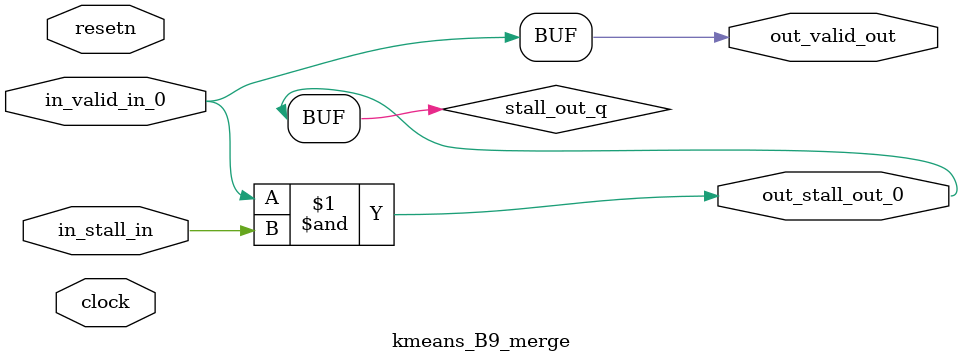
<source format=sv>



(* altera_attribute = "-name AUTO_SHIFT_REGISTER_RECOGNITION OFF; -name MESSAGE_DISABLE 10036; -name MESSAGE_DISABLE 10037; -name MESSAGE_DISABLE 14130; -name MESSAGE_DISABLE 14320; -name MESSAGE_DISABLE 15400; -name MESSAGE_DISABLE 14130; -name MESSAGE_DISABLE 10036; -name MESSAGE_DISABLE 12020; -name MESSAGE_DISABLE 12030; -name MESSAGE_DISABLE 12010; -name MESSAGE_DISABLE 12110; -name MESSAGE_DISABLE 14320; -name MESSAGE_DISABLE 13410; -name MESSAGE_DISABLE 113007; -name MESSAGE_DISABLE 10958" *)
module kmeans_B9_merge (
    input wire [0:0] in_stall_in,
    input wire [0:0] in_valid_in_0,
    output wire [0:0] out_stall_out_0,
    output wire [0:0] out_valid_out,
    input wire clock,
    input wire resetn
    );

    wire [0:0] stall_out_q;


    // stall_out(LOGICAL,6)
    assign stall_out_q = in_valid_in_0 & in_stall_in;

    // out_stall_out_0(GPOUT,4)
    assign out_stall_out_0 = stall_out_q;

    // out_valid_out(GPOUT,5)
    assign out_valid_out = in_valid_in_0;

endmodule

</source>
